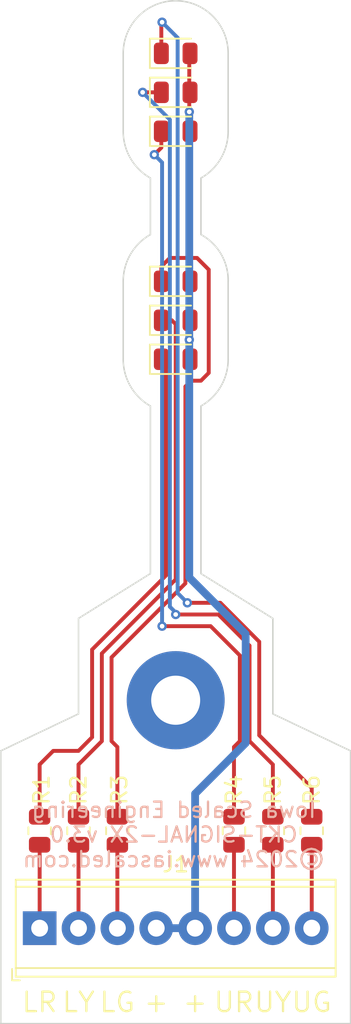
<source format=kicad_pcb>
(kicad_pcb (version 20211014) (generator pcbnew)
  (layers (0 "F.Cu" signal) (31 "B.Cu" signal) (34 "B.Paste" user) (35 "F.Paste" user) (36 "B.SilkS" user "B.Silkscreen") (37 "F.SilkS" user "F.Silkscreen") (38 "B.Mask" user) (39 "F.Mask" user) (44 "Edge.Cuts" user))
  (net 0 "")
  (net 1 "Net-(D1-Pad1)")
  (net 2 "Net-(D2-Pad1)")
  (net 3 "Net-(D3-Pad1)")
  (net 4 "Net-(D4-Pad1)")
  (net 5 "Net-(D1-Pad2)")
  (net 6 "Net-(D5-Pad1)")
  (net 7 "Net-(D6-Pad1)")
  (net 9 "Net-(R1-Pad2)")
  (net 10 "Net-(R2-Pad2)")
  (net 11 "Net-(R3-Pad2)")
  (net 12 "Net-(J1-Pad6)")
  (net 13 "Net-(J1-Pad7)")
  (net 14 "Net-(J1-Pad8)")
  (footprint "LED_SMD:LED_0805_2012Metric" (layer "F.Cu") (at 32.385 146.939)
    (fp_text reference "D1" hide)
    (fp_text value "RED")
    (fp_line (start 1 -0.96) (end -1.685 -0.96) (layer "F.SilkS") (width 0.12))
    (fp_line (start -1.685 0.96) (end 1 0.96) (layer "F.SilkS") (width 0.12))
    (fp_line (start -1.685 -0.96) (end -1.685 0.96) (layer "F.SilkS") (width 0.12))
    (pad "1" smd roundrect (at -0.9375 0) (size 0.975 1.4) (layers "F.Cu" "F.Paste" "F.Mask") (net 1 "Net-(D1-Pad1)"))
    (pad "2" smd roundrect (at 0.9375 0) (size 0.975 1.4) (layers "F.Cu" "F.Paste" "F.Mask") (net 5 "Net-(D1-Pad2)"))
  )
  (footprint "Resistor_SMD:R_0805_2012Metric" (layer "F.Cu") (at 41.275 177.673 -90)
    (fp_text reference "R6" (at -2.667 0 90) (layer "F.SilkS"))
    (fp_text value "1k")
    (fp_line (start -0.227064 0.735) (end 0.227064 0.735) (layer "F.SilkS") (width 0.12))
    (fp_line (start -0.227064 -0.735) (end 0.227064 -0.735) (layer "F.SilkS") (width 0.12))
    (pad "1" smd roundrect (at -0.9125 0 270) (size 1.025 1.4) (layers "F.Cu" "F.Paste" "F.Mask") (roundrect_rratio 0.243902) (net 7 "Net-(D6-Pad1)"))
    (pad "2" smd roundrect (at 0.9125 0 270) (size 1.025 1.4) (layers "F.Cu" "F.Paste" "F.Mask") (roundrect_rratio 0.243902) (net 14 "Net-(J1-Pad8)"))
  )
  (footprint "LED_SMD:LED_0805_2012Metric" (layer "F.Cu") (at 32.385 127)
    (fp_text reference "D6" hide)
    (fp_text value "GREEN")
    (fp_line (start -1.685 -0.96) (end -1.685 0.96) (layer "F.SilkS") (width 0.12))
    (fp_line (start 1 -0.96) (end -1.685 -0.96) (layer "F.SilkS") (width 0.12))
    (fp_line (start -1.685 0.96) (end 1 0.96) (layer "F.SilkS") (width 0.12))
    (pad "1" smd roundrect (at -0.9375 0) (size 0.975 1.4) (layers "F.Cu" "F.Paste" "F.Mask") (net 7 "Net-(D6-Pad1)"))
    (pad "2" smd roundrect (at 0.9375 0) (size 0.975 1.4) (layers "F.Cu" "F.Paste" "F.Mask") (net 5 "Net-(D1-Pad2)"))
  )
  (footprint "MountingHole:MountingHole_3.2mm_M3_Pad" (layer "F.Cu") (at 32.385 169.164)
    (fp_text reference "H1" hide)
    (fp_text value "MountingHole")
    (pad "1" thru_hole circle (at 0 0) (size 6.4 6.4) (drill 3.2) (layers *.Cu *.Mask))
  )
  (footprint "Resistor_SMD:R_0805_2012Metric" (layer "F.Cu") (at 26.035 177.673 -90)
    (fp_text reference "R2" (at -2.667 0 90) (layer "F.SilkS"))
    (fp_text value "1k")
    (fp_line (start -0.227064 -0.735) (end 0.227064 -0.735) (layer "F.SilkS") (width 0.12))
    (fp_line (start -0.227064 0.735) (end 0.227064 0.735) (layer "F.SilkS") (width 0.12))
    (pad "1" smd roundrect (at -0.9125 0 270) (size 1.025 1.4) (layers "F.Cu" "F.Paste" "F.Mask") (roundrect_rratio 0.243902) (net 2 "Net-(D2-Pad1)"))
    (pad "2" smd roundrect (at 0.9125 0 270) (size 1.025 1.4) (layers "F.Cu" "F.Paste" "F.Mask") (roundrect_rratio 0.243902) (net 10 "Net-(R2-Pad2)"))
  )
  (footprint "LED_SMD:LED_0805_2012Metric" (layer "F.Cu") (at 32.385 144.399)
    (fp_text reference "D2" hide)
    (fp_text value "AMBER")
    (fp_line (start -1.685 0.96) (end 1 0.96) (layer "F.SilkS") (width 0.12))
    (fp_line (start -1.685 -0.96) (end -1.685 0.96) (layer "F.SilkS") (width 0.12))
    (fp_line (start 1 -0.96) (end -1.685 -0.96) (layer "F.SilkS") (width 0.12))
    (pad "1" smd roundrect (at -0.9375 0) (size 0.975 1.4) (layers "F.Cu" "F.Paste" "F.Mask") (net 2 "Net-(D2-Pad1)"))
    (pad "2" smd roundrect (at 0.9375 0) (size 0.975 1.4) (layers "F.Cu" "F.Paste" "F.Mask") (net 5 "Net-(D1-Pad2)"))
  )
  (footprint "Resistor_SMD:R_0805_2012Metric" (layer "F.Cu") (at 23.495 177.673 -90)
    (fp_text reference "R1" (at -2.667 -0.127 90) (layer "F.SilkS"))
    (fp_text value "1k")
    (fp_line (start -0.227064 0.735) (end 0.227064 0.735) (layer "F.SilkS") (width 0.12))
    (fp_line (start -0.227064 -0.735) (end 0.227064 -0.735) (layer "F.SilkS") (width 0.12))
    (pad "1" smd roundrect (at -0.9125 0 270) (size 1.025 1.4) (layers "F.Cu" "F.Paste" "F.Mask") (roundrect_rratio 0.243902) (net 1 "Net-(D1-Pad1)"))
    (pad "2" smd roundrect (at 0.9125 0 270) (size 1.025 1.4) (layers "F.Cu" "F.Paste" "F.Mask") (roundrect_rratio 0.243902) (net 9 "Net-(R1-Pad2)"))
  )
  (footprint "LED_SMD:LED_0805_2012Metric" (layer "F.Cu") (at 32.385 129.54)
    (fp_text reference "D5" hide)
    (fp_text value "AMBER")
    (fp_line (start -1.685 -0.96) (end -1.685 0.96) (layer "F.SilkS") (width 0.12))
    (fp_line (start -1.685 0.96) (end 1 0.96) (layer "F.SilkS") (width 0.12))
    (fp_line (start 1 -0.96) (end -1.685 -0.96) (layer "F.SilkS") (width 0.12))
    (pad "1" smd roundrect (at -0.9375 0) (size 0.975 1.4) (layers "F.Cu" "F.Paste" "F.Mask") (net 6 "Net-(D5-Pad1)"))
    (pad "2" smd roundrect (at 0.9375 0) (size 0.975 1.4) (layers "F.Cu" "F.Paste" "F.Mask") (net 5 "Net-(D1-Pad2)"))
  )
  (footprint "TerminalBlock_Phoenix:TerminalBlock_Phoenix_MPT-0,5-8-2.54_1x08_P2.54mm_Horizontal" (layer "F.Cu") (at 23.495 184.023)
    (fp_text reference "J1" (at 8.89 -4.16) (layer "F.SilkS"))
    (fp_text value "Screw_Terminal_01x08")
    (fp_line (start -1.56 -2.7) (end 19.341 -2.7) (layer "F.SilkS") (width 0.12))
    (fp_line (start 19.341 -3.16) (end 19.341 3.16) (layer "F.SilkS") (width 0.12))
    (fp_line (start -1.56 -3.16) (end 19.341 -3.16) (layer "F.SilkS") (width 0.12))
    (fp_line (start -1.56 -3.16) (end -1.56 3.16) (layer "F.SilkS") (width 0.12))
    (fp_line (start -1.56 3.16) (end 19.341 3.16) (layer "F.SilkS") (width 0.12))
    (fp_line (start -1.8 2.66) (end -1.8 3.4) (layer "F.SilkS") (width 0.12))
    (fp_line (start -1.8 3.4) (end -1.3 3.4) (layer "F.SilkS") (width 0.12))
    (fp_line (start -1.56 2.6) (end 19.341 2.6) (layer "F.SilkS") (width 0.12))
    (pad "1" thru_hole rect (at 0 0) (size 2.2 2.2) (drill 1.1) (layers F&B.Cu *.Mask) (net 9 "Net-(R1-Pad2)"))
    (pad "2" thru_hole circle (at 2.54 0) (size 2.2 2.2) (drill 1.1) (layers F&B.Cu *.Mask) (net 10 "Net-(R2-Pad2)"))
    (pad "3" thru_hole circle (at 5.08 0) (size 2.2 2.2) (drill 1.1) (layers F&B.Cu *.Mask) (net 11 "Net-(R3-Pad2)"))
    (pad "4" thru_hole circle (at 7.62 0) (size 2.2 2.2) (drill 1.1) (layers F&B.Cu *.Mask) (net 5 "Net-(D1-Pad2)"))
    (pad "5" thru_hole circle (at 10.16 0) (size 2.2 2.2) (drill 1.1) (layers F&B.Cu *.Mask) (net 5 "Net-(D1-Pad2)"))
    (pad "6" thru_hole circle (at 12.7 0) (size 2.2 2.2) (drill 1.1) (layers F&B.Cu *.Mask) (net 12 "Net-(J1-Pad6)"))
    (pad "7" thru_hole circle (at 15.24 0) (size 2.2 2.2) (drill 1.1) (layers F&B.Cu *.Mask) (net 13 "Net-(J1-Pad7)"))
    (pad "8" thru_hole circle (at 17.78 0) (size 2.2 2.2) (drill 1.1) (layers F&B.Cu *.Mask) (net 14 "Net-(J1-Pad8)"))
  )
  (footprint "Resistor_SMD:R_0805_2012Metric" (layer "F.Cu") (at 36.195 177.673 -90)
    (fp_text reference "R4" (at -2.667 0 90) (layer "F.SilkS"))
    (fp_text value "1k")
    (fp_line (start -0.227064 0.735) (end 0.227064 0.735) (layer "F.SilkS") (width 0.12))
    (fp_line (start -0.227064 -0.735) (end 0.227064 -0.735) (layer "F.SilkS") (width 0.12))
    (pad "1" smd roundrect (at -0.9125 0 270) (size 1.025 1.4) (layers "F.Cu" "F.Paste" "F.Mask") (roundrect_rratio 0.243902) (net 4 "Net-(D4-Pad1)"))
    (pad "2" smd roundrect (at 0.9125 0 270) (size 1.025 1.4) (layers "F.Cu" "F.Paste" "F.Mask") (roundrect_rratio 0.243902) (net 12 "Net-(J1-Pad6)"))
  )
  (footprint "Resistor_SMD:R_0805_2012Metric" (layer "F.Cu") (at 28.575 177.673 -90)
    (fp_text reference "R3" (at -2.667 -0.127 90) (layer "F.SilkS"))
    (fp_text value "1k")
    (fp_line (start -0.227064 -0.735) (end 0.227064 -0.735) (layer "F.SilkS") (width 0.12))
    (fp_line (start -0.227064 0.735) (end 0.227064 0.735) (layer "F.SilkS") (width 0.12))
    (pad "1" smd roundrect (at -0.9125 0 270) (size 1.025 1.4) (layers "F.Cu" "F.Paste" "F.Mask") (roundrect_rratio 0.243902) (net 3 "Net-(D3-Pad1)"))
    (pad "2" smd roundrect (at 0.9125 0 270) (size 1.025 1.4) (layers "F.Cu" "F.Paste" "F.Mask") (roundrect_rratio 0.243902) (net 11 "Net-(R3-Pad2)"))
  )
  (footprint "LED_SMD:LED_0805_2012Metric" (layer "F.Cu") (at 32.385 132.08)
    (fp_text reference "D4" hide)
    (fp_text value "RED")
    (fp_line (start 1 -0.96) (end -1.685 -0.96) (layer "F.SilkS") (width 0.12))
    (fp_line (start -1.685 -0.96) (end -1.685 0.96) (layer "F.SilkS") (width 0.12))
    (fp_line (start -1.685 0.96) (end 1 0.96) (layer "F.SilkS") (width 0.12))
    (pad "1" smd roundrect (at -0.9375 0) (size 0.975 1.4) (layers "F.Cu" "F.Paste" "F.Mask") (net 4 "Net-(D4-Pad1)"))
    (pad "2" smd roundrect (at 0.9375 0) (size 0.975 1.4) (layers "F.Cu" "F.Paste" "F.Mask") (net 5 "Net-(D1-Pad2)"))
  )
  (footprint "Resistor_SMD:R_0805_2012Metric" (layer "F.Cu") (at 38.735 177.673 -90)
    (fp_text reference "R5" (at -2.667 0 90) (layer "F.SilkS"))
    (fp_text value "1k")
    (fp_line (start -0.227064 -0.735) (end 0.227064 -0.735) (layer "F.SilkS") (width 0.12))
    (fp_line (start -0.227064 0.735) (end 0.227064 0.735) (layer "F.SilkS") (width 0.12))
    (pad "1" smd roundrect (at -0.9125 0 270) (size 1.025 1.4) (layers "F.Cu" "F.Paste" "F.Mask") (roundrect_rratio 0.243902) (net 6 "Net-(D5-Pad1)"))
    (pad "2" smd roundrect (at 0.9125 0 270) (size 1.025 1.4) (layers "F.Cu" "F.Paste" "F.Mask") (roundrect_rratio 0.243902) (net 13 "Net-(J1-Pad7)"))
  )
  (footprint "LED_SMD:LED_0805_2012Metric" (layer "F.Cu") (at 32.385 141.859)
    (fp_text reference "D3" hide)
    (fp_text value "GREEN")
    (fp_line (start -1.685 0.96) (end 1 0.96) (layer "F.SilkS") (width 0.12))
    (fp_line (start -1.685 -0.96) (end -1.685 0.96) (layer "F.SilkS") (width 0.12))
    (fp_line (start 1 -0.96) (end -1.685 -0.96) (layer "F.SilkS") (width 0.12))
    (pad "1" smd roundrect (at -0.9375 0) (size 0.975 1.4) (layers "F.Cu" "F.Paste" "F.Mask") (net 3 "Net-(D3-Pad1)"))
    (pad "2" smd roundrect (at 0.9375 0) (size 0.975 1.4) (layers "F.Cu" "F.Paste" "F.Mask") (net 5 "Net-(D1-Pad2)"))
  )
  (gr_line (start 30.734 160.909) (end 26.035 163.83) (layer "Edge.Cuts") (width 0.1))
  (gr_line (start 35.814 146.939) (end 35.814 141.859) (layer "Edge.Cuts") (width 0.1))
  (gr_line (start 34.036 149.987) (end 34.036 160.909) (layer "Edge.Cuts") (width 0.1))
  (gr_line (start 30.734 149.987) (end 30.734 160.909) (layer "Edge.Cuts") (width 0.1))
  (gr_line (start 28.956 127) (end 28.956 132.08) (layer "Edge.Cuts") (width 0.1))
  (gr_arc (start 30.734 149.987) (mid 29.432997 148.703335) (end 28.956 146.939) (layer "Edge.Cuts") (width 0.1))
  (gr_arc (start 30.734 135.128) (mid 29.432997 133.844335) (end 28.956 132.08) (layer "Edge.Cuts") (width 0.1))
  (gr_line (start 28.956 141.859) (end 28.956 146.939) (layer "Edge.Cuts") (width 0.1))
  (gr_line (start 38.735 163.83) (end 34.036 160.909) (layer "Edge.Cuts") (width 0.1))
  (gr_line (start 20.955 172.466) (end 26.035 170.053) (layer "Edge.Cuts") (width 0.1))
  (gr_arc (start 35.814 132.08) (mid 35.337015 133.844342) (end 34.036 135.128) (layer "Edge.Cuts") (width 0.1))
  (gr_line (start 26.035 163.83) (end 26.035 170.053) (layer "Edge.Cuts") (width 0.1))
  (gr_line (start 30.734 135.128) (end 30.734 138.811) (layer "Edge.Cuts") (width 0.1))
  (gr_arc (start 28.956 141.859) (mid 29.432988 140.09466) (end 30.734 138.811) (layer "Edge.Cuts") (width 0.1))
  (gr_line (start 35.814 132.08) (end 35.814 127) (layer "Edge.Cuts") (width 0.1))
  (gr_arc (start 28.956 127) (mid 32.385 123.571) (end 35.814 127) (layer "Edge.Cuts") (width 0.1))
  (gr_arc (start 34.036 138.811) (mid 35.351951 140.085945) (end 35.814 141.859) (layer "Edge.Cuts") (width 0.1))
  (gr_line (start 43.815 190.246) (end 43.815 172.466) (layer "Edge.Cuts") (width 0.1))
  (gr_line (start 38.735 170.053) (end 43.815 172.466) (layer "Edge.Cuts") (width 0.1))
  (gr_line (start 38.735 170.053) (end 38.735 163.83) (layer "Edge.Cuts") (width 0.1))
  (gr_line locked (start 20.955 190.246) (end 43.815 190.246) (layer "Edge.Cuts") (width 0.1))
  (gr_line (start 20.955 190.246) (end 20.955 172.466) (layer "Edge.Cuts") (width 0.1))
  (gr_arc (start 35.814 146.939) (mid 35.337015 148.703342) (end 34.036 149.987) (layer "Edge.Cuts") (width 0.1))
  (gr_line (start 34.036 135.128) (end 34.036 138.811) (layer "Edge.Cuts") (width 0.1))
  (gr_text "Iowa Scaled Engineering\nCKT-SIGNAL-2X v3.0\n©2024 www.iascaled.com" (at 32.258 177.927) (layer "B.SilkS") (effects (font (size 1 1)) (justify mirror)))
  (gr_text "+" (at 31.115 188.849) (layer "F.SilkS") (effects (font (size 1.27 1.27))))
  (gr_text "+" (at 33.655 188.849) (layer "F.SilkS") (effects (font (size 1.27 1.27))))
  (gr_text "UG" (at 41.275 188.849) (layer "F.SilkS") (effects (font (size 1.27 1.27))))
  (gr_text "LR" (at 23.495 188.849) (layer "F.SilkS") (effects (font (size 1.27 1.27))))
  (gr_text "LG" (at 28.575 188.849) (layer "F.SilkS") (effects (font (size 1.27 1.27))))
  (gr_text "UR" (at 36.195 188.849) (layer "F.SilkS") (effects (font (size 1.27 1.27))))
  (gr_text "UY" (at 38.735 188.849) (layer "F.SilkS") (effects (font (size 1.27 1.27))))
  (gr_text "LY" (at 26.035 188.849) (layer "F.SilkS") (effects (font (size 1.27 1.27))))
  (segment (start 23.495 173.355) (end 24.384 172.466) (width 0.254) (layer "F.Cu") (net 1))
  (segment (start 31.75 161.036) (end 31.75 147.2415) (width 0.254) (layer "F.Cu") (net 1))
  (segment (start 23.495 176.7605) (end 23.495 173.355) (width 0.254) (layer "F.Cu") (net 1))
  (segment (start 26.924 171.577) (end 26.924 165.862) (width 0.254) (layer "F.Cu") (net 1))
  (segment (start 26.035 172.466) (end 26.924 171.577) (width 0.254) (layer "F.Cu") (net 1))
  (segment (start 26.924 165.862) (end 31.75 161.036) (width 0.254) (layer "F.Cu") (net 1))
  (segment (start 24.384 172.466) (end 26.035 172.466) (width 0.254) (layer "F.Cu") (net 1))
  (segment (start 31.75 147.2415) (end 31.4475 146.939) (width 0.254) (layer "F.Cu") (net 1))
  (segment (start 26.035 173.355) (end 27.559 171.831) (width 0.254) (layer "F.Cu") (net 2))
  (segment (start 32.385 161.29) (end 32.385 144.653) (width 0.254) (layer "F.Cu") (net 2))
  (segment (start 32.131 144.399) (end 31.4475 144.399) (width 0.254) (layer "F.Cu") (net 2))
  (segment (start 26.035 176.7605) (end 26.035 173.355) (width 0.254) (layer "F.Cu") (net 2))
  (segment (start 27.559 171.831) (end 27.559 166.116) (width 0.254) (layer "F.Cu") (net 2))
  (segment (start 27.559 166.116) (end 32.385 161.29) (width 0.254) (layer "F.Cu") (net 2))
  (segment (start 32.385 144.653) (end 32.131 144.399) (width 0.254) (layer "F.Cu") (net 2))
  (segment (start 34.544 141.097) (end 33.782 140.335) (width 0.254) (layer "F.Cu") (net 3))
  (segment (start 34.036 148.336) (end 34.544 147.828) (width 0.254) (layer "F.Cu") (net 3))
  (segment (start 33.02 161.544) (end 33.02 148.717) (width 0.254) (layer "F.Cu") (net 3))
  (segment (start 33.782 140.335) (end 32.004 140.335) (width 0.254) (layer "F.Cu") (net 3))
  (segment (start 28.194 166.37) (end 33.02 161.544) (width 0.254) (layer "F.Cu") (net 3))
  (segment (start 31.4475 140.8915) (end 31.4475 141.859) (width 0.254) (layer "F.Cu") (net 3))
  (segment (start 28.194 171.831) (end 28.194 166.37) (width 0.254) (layer "F.Cu") (net 3))
  (segment (start 28.575 176.7605) (end 28.575 172.212) (width 0.254) (layer "F.Cu") (net 3))
  (segment (start 33.401267 148.336) (end 34.036 148.336) (width 0.254) (layer "F.Cu") (net 3))
  (segment (start 28.575 172.212) (end 28.194 171.831) (width 0.254) (layer "F.Cu") (net 3))
  (segment (start 33.02 148.717267) (end 33.401267 148.336) (width 0.254) (layer "F.Cu") (net 3))
  (segment (start 34.544 147.828) (end 34.544 141.097) (width 0.254) (layer "F.Cu") (net 3))
  (segment (start 32.004 140.335) (end 31.4475 140.8915) (width 0.254) (layer "F.Cu") (net 3))
  (segment (start 31.496 164.338) (end 34.671 164.338) (width 0.254) (layer "F.Cu") (net 4))
  (segment (start 36.576 166.243) (end 36.576 171.831) (width 0.254) (layer "F.Cu") (net 4))
  (segment (start 36.195 172.212) (end 36.195 176.7605) (width 0.254) (layer "F.Cu") (net 4))
  (segment (start 31.4475 133.1445) (end 30.988 133.604) (width 0.254) (layer "F.Cu") (net 4))
  (segment (start 34.671 164.338) (end 36.576 166.243) (width 0.254) (layer "F.Cu") (net 4))
  (segment (start 31.4475 132.08) (end 31.4475 133.1445) (width 0.254) (layer "F.Cu") (net 4))
  (segment (start 36.576 171.831) (end 36.195 172.212) (width 0.254) (layer "F.Cu") (net 4))
  (via (at 30.988 133.604) (size 0.6096) (drill 0.3048) (layers "F.Cu" "B.Cu") (net 4))
  (via (at 31.496 164.338) (size 0.6096) (drill 0.3048) (layers "F.Cu" "B.Cu") (net 4))
  (segment (start 31.496 136.373658) (end 31.496 134.112) (width 0.254) (layer "B.Cu") (net 4))
  (segment (start 31.496 164.338) (end 31.496 136.373658) (width 0.254) (layer "B.Cu") (net 4))
  (segment (start 31.496 134.112) (end 30.988 133.604) (width 0.254) (layer "B.Cu") (net 4))
  (segment (start 33.274 130.81) (end 33.274 132.0315) (width 0.254) (layer "F.Cu") (net 5))
  (segment (start 33.274 127.0485) (end 33.3225 127) (width 0.254) (layer "F.Cu") (net 5))
  (segment (start 33.274 130.81) (end 33.274 127.0485) (width 0.254) (layer "F.Cu") (net 5))
  (segment (start 33.274 141.9075) (end 33.3225 141.859) (width 0.254) (layer "F.Cu") (net 5))
  (segment (start 33.274 146.8905) (end 33.3225 146.939) (width 0.254) (layer "F.Cu") (net 5))
  (segment (start 33.274 145.669) (end 33.274 146.8905) (width 0.254) (layer "F.Cu") (net 5))
  (segment (start 33.274 132.0315) (end 33.3225 132.08) (width 0.254) (layer "F.Cu") (net 5))
  (segment (start 33.274 145.669) (end 33.274 141.9075) (width 0.254) (layer "F.Cu") (net 5))
  (via (at 33.274 145.669) (size 0.6096) (drill 0.3048) (layers "F.Cu" "B.Cu") (net 5))
  (via (at 33.274 130.81) (size 0.6096) (drill 0.3048) (layers "F.Cu" "B.Cu") (net 5))
  (segment (start 31.115 184.023) (end 33.655 184.023) (width 0.508) (layer "B.Cu") (net 5))
  (segment (start 36.957 171.958) (end 36.957 164.846) (width 0.508) (layer "B.Cu") (net 5))
  (segment (start 33.655 184.023) (end 33.655 175.26) (width 0.508) (layer "B.Cu") (net 5))
  (segment (start 33.655 175.26) (end 36.957 171.958) (width 0.508) (layer "B.Cu") (net 5))
  (segment (start 33.274 161.163) (end 33.274 145.669) (width 0.508) (layer "B.Cu") (net 5))
  (segment (start 33.274 145.669) (end 33.274 130.81) (width 0.508) (layer "B.Cu") (net 5))
  (segment (start 36.957 164.846) (end 33.274 161.163) (width 0.508) (layer "B.Cu") (net 5))
  (segment (start 38.735 173.355) (end 37.211 171.831) (width 0.254) (layer "F.Cu") (net 6))
  (segment (start 30.226 129.54) (end 31.4475 129.54) (width 0.254) (layer "F.Cu") (net 6))
  (segment (start 37.211 165.608) (end 35.179 163.576) (width 0.254) (layer "F.Cu") (net 6))
  (segment (start 35.179 163.576) (end 32.385 163.576) (width 0.254) (layer "F.Cu") (net 6))
  (segment (start 37.211 171.831) (end 37.211 166.243) (width 0.254) (layer "F.Cu") (net 6))
  (segment (start 37.211 166.243) (end 37.211 165.608) (width 0.254) (layer "F.Cu") (net 6))
  (segment (start 38.735 176.7605) (end 38.735 173.355) (width 0.254) (layer "F.Cu") (net 6))
  (via (at 30.226 129.54) (size 0.6096) (drill 0.3048) (layers "F.Cu" "B.Cu") (net 6))
  (via (at 32.385 163.576) (size 0.6096) (drill 0.3048) (layers "F.Cu" "B.Cu") (net 6))
  (segment (start 32.385 163.449) (end 32.004 163.068) (width 0.254) (layer "B.Cu") (net 6))
  (segment (start 32.004 163.068) (end 32.004 136.271) (width 0.254) (layer "B.Cu") (net 6))
  (segment (start 32.004 131.318) (end 30.226 129.54) (width 0.254) (layer "B.Cu") (net 6))
  (segment (start 32.004 136.271) (end 32.004 131.318) (width 0.254) (layer "B.Cu") (net 6))
  (segment (start 32.385 163.576) (end 32.385 163.449) (width 0.254) (layer "B.Cu") (net 6))
  (segment (start 31.4475 127) (end 31.4475 125.0165) (width 0.254) (layer "F.Cu") (net 7))
  (segment (start 33.147 162.814) (end 35.306 162.814) (width 0.254) (layer "F.Cu") (net 7))
  (segment (start 37.846 165.354) (end 37.846 171.45) (width 0.254) (layer "F.Cu") (net 7))
  (segment (start 37.846 171.45) (end 41.275 174.879) (width 0.254) (layer "F.Cu") (net 7))
  (segment (start 31.4475 125.0165) (end 31.496 124.968) (width 0.254) (layer "F.Cu") (net 7))
  (segment (start 35.306 162.814) (end 37.846 165.354) (width 0.254) (layer "F.Cu") (net 7))
  (segment (start 41.275 174.879) (end 41.275 176.7605) (width 0.254) (layer "F.Cu") (net 7))
  (via (at 33.147 162.814) (size 0.6096) (drill 0.3048) (layers "F.Cu" "B.Cu") (net 7))
  (via (at 31.496 124.968) (size 0.6096) (drill 0.3048) (layers "F.Cu" "B.Cu") (net 7))
  (segment (start 32.512 125.984) (end 31.496 124.968) (width 0.254) (layer "B.Cu") (net 7))
  (segment (start 33.147 162.814) (end 32.512 162.179) (width 0.254) (layer "B.Cu") (net 7))
  (segment (start 32.512 162.179) (end 32.512 136.271) (width 0.254) (layer "B.Cu") (net 7))
  (segment (start 32.512 136.271) (end 32.512 125.984) (width 0.254) (layer "B.Cu") (net 7))
  (segment (start 23.495 178.5855) (end 23.495 184.023) (width 0.254) (layer "F.Cu") (net 9))
  (segment (start 26.035 184.023) (end 26.035 178.5855) (width 0.254) (layer "F.Cu") (net 10))
  (segment (start 28.575 184.023) (end 28.575 178.5855) (width 0.254) (layer "F.Cu") (net 11))
  (segment (start 36.195 178.5855) (end 36.195 184.023) (width 0.254) (layer "F.Cu") (net 12))
  (segment (start 38.735 178.5855) (end 38.735 184.023) (width 0.254) (layer "F.Cu") (net 13))
  (segment (start 41.275 178.5855) (end 41.275 184.023) (width 0.254) (layer "F.Cu") (net 14))
)
</source>
